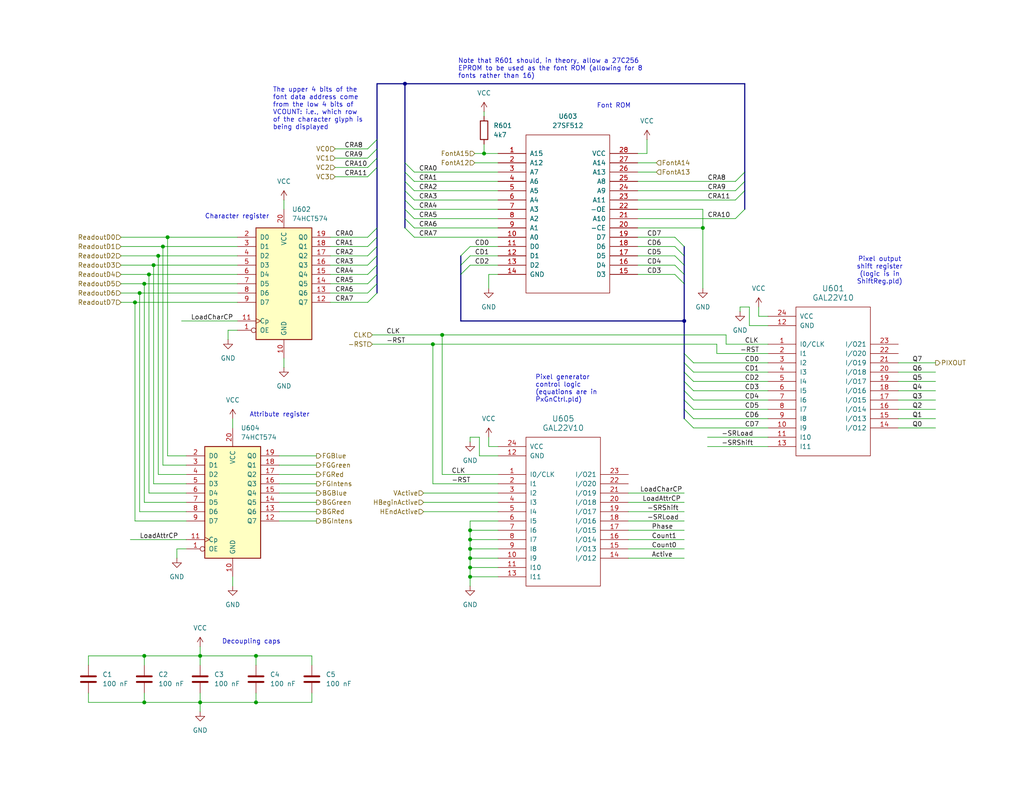
<source format=kicad_sch>
(kicad_sch (version 20231120) (generator "eeschema") (generator_version "8.0")
  (paper "USLetter")
  (title_block (title "Pixel generation") (company "daveho hacks"))
  (lib_symbols
    (symbol "27SF512:27SF512" (pin_names (offset 1.016))
      (property "Reference" "U" (at 0 -2.54 0))
      (property "Value" "27SF512" (at 0 2.54 0))
      (symbol "27SF512_1_0"
        (rectangle (start -11.43 -21.59) (end 11.43 21.59))
      )
      (symbol "27SF512_1_1"
        (pin input line (at -19.05 16.51 0) (length 7.62) (name "A15") (number "1"))
        (pin input line (at -19.05 -6.35 0) (length 7.62) (name "A0") (number "10"))
        (pin bidirectional line (at -19.05 -8.89 0) (length 7.62) (name "D0") (number "11"))
        (pin bidirectional line (at -19.05 -11.43 0) (length 7.62) (name "D1") (number "12"))
        (pin bidirectional line (at -19.05 -13.97 0) (length 7.62) (name "D2") (number "13"))
        (pin power_in line (at -19.05 -16.51 0) (length 7.62) (name "GND") (number "14"))
        (pin bidirectional line (at 19.05 -16.51 180) (length 7.62) (name "D3") (number "15"))
        (pin bidirectional line (at 19.05 -13.97 180) (length 7.62) (name "D4") (number "16"))
        (pin bidirectional line (at 19.05 -11.43 180) (length 7.62) (name "D5") (number "17"))
        (pin bidirectional line (at 19.05 -8.89 180) (length 7.62) (name "D6") (number "18"))
        (pin bidirectional line (at 19.05 -6.35 180) (length 7.62) (name "D7") (number "19"))
        (pin input line (at -19.05 13.97 0) (length 7.62) (name "A12") (number "2"))
        (pin input line (at 19.05 -3.81 180) (length 7.62) (name "-CE") (number "20"))
        (pin input line (at 19.05 -1.27 180) (length 7.62) (name "A10") (number "21"))
        (pin input line (at 19.05 1.27 180) (length 7.62) (name "-OE") (number "22"))
        (pin input line (at 19.05 3.81 180) (length 7.62) (name "A11") (number "23"))
        (pin input line (at 19.05 6.35 180) (length 7.62) (name "A9") (number "24"))
        (pin input line (at 19.05 8.89 180) (length 7.62) (name "A8") (number "25"))
        (pin input line (at 19.05 11.43 180) (length 7.62) (name "A13") (number "26"))
        (pin input line (at 19.05 13.97 180) (length 7.62) (name "A14") (number "27"))
        (pin power_in line (at 19.05 16.51 180) (length 7.62) (name "VCC") (number "28"))
        (pin input line (at -19.05 11.43 0) (length 7.62) (name "A7") (number "3"))
        (pin input line (at -19.05 8.89 0) (length 7.62) (name "A6") (number "4"))
        (pin input line (at -19.05 6.35 0) (length 7.62) (name "A5") (number "5"))
        (pin input line (at -19.05 3.81 0) (length 7.62) (name "A4") (number "6"))
        (pin input line (at -19.05 1.27 0) (length 7.62) (name "A3") (number "7"))
        (pin input line (at -19.05 -1.27 0) (length 7.62) (name "A2") (number "8"))
        (pin input line (at -19.05 -3.81 0) (length 7.62) (name "A1") (number "9"))
      )
    )
    (symbol "74xx:74LS574" (pin_names (offset 1.016))
      (property "Reference" "U" (at -7.62 16.51 0))
      (property "Value" "74LS574" (at -7.62 -16.51 0))
      (symbol "74LS574_1_0"
        (pin input inverted (at -12.7 -12.7 0) (length 5.08) (name "OE") (number "1"))
        (pin power_in line (at 0 -20.32 90) (length 5.08) (name "GND") (number "10"))
        (pin input clock (at -12.7 -10.16 0) (length 5.08) (name "Cp") (number "11"))
        (pin tri_state line (at 12.7 -5.08 180) (length 5.08) (name "Q7") (number "12"))
        (pin tri_state line (at 12.7 -2.54 180) (length 5.08) (name "Q6") (number "13"))
        (pin tri_state line (at 12.7 0 180) (length 5.08) (name "Q5") (number "14"))
        (pin tri_state line (at 12.7 2.54 180) (length 5.08) (name "Q4") (number "15"))
        (pin tri_state line (at 12.7 5.08 180) (length 5.08) (name "Q3") (number "16"))
        (pin tri_state line (at 12.7 7.62 180) (length 5.08) (name "Q2") (number "17"))
        (pin tri_state line (at 12.7 10.16 180) (length 5.08) (name "Q1") (number "18"))
        (pin tri_state line (at 12.7 12.7 180) (length 5.08) (name "Q0") (number "19"))
        (pin input line (at -12.7 12.7 0) (length 5.08) (name "D0") (number "2"))
        (pin power_in line (at 0 20.32 270) (length 5.08) (name "VCC") (number "20"))
        (pin input line (at -12.7 10.16 0) (length 5.08) (name "D1") (number "3"))
        (pin input line (at -12.7 7.62 0) (length 5.08) (name "D2") (number "4"))
        (pin input line (at -12.7 5.08 0) (length 5.08) (name "D3") (number "5"))
        (pin input line (at -12.7 2.54 0) (length 5.08) (name "D4") (number "6"))
        (pin input line (at -12.7 0 0) (length 5.08) (name "D5") (number "7"))
        (pin input line (at -12.7 -2.54 0) (length 5.08) (name "D6") (number "8"))
        (pin input line (at -12.7 -5.08 0) (length 5.08) (name "D7") (number "9"))
      )
      (symbol "74LS574_1_1"
        (rectangle (start -7.62 15.24) (end 7.62 -15.24) (stroke (width 0.254)) (fill (type background)))
      )
    )
    (symbol "Device:C" (pin_numbers hide) (pin_names (offset 0.254))
      (property "Reference" "C" (at 0.635 2.54 0))
      (property "Value" "C" (at 0.635 -2.54 0))
      (symbol "C_0_1"
        (polyline (pts (xy -2.032 -0.762) (xy 2.032 -0.762)) (stroke (width 0.508)))
        (polyline (pts (xy -2.032 0.762) (xy 2.032 0.762)) (stroke (width 0.508)))
      )
      (symbol "C_1_1"
        (pin passive line (at 0 3.81 270) (length 2.794) (name "~") (number "1"))
        (pin passive line (at 0 -3.81 90) (length 2.794) (name "~") (number "2"))
      )
    )
    (symbol "Device:R" (pin_numbers hide) (pin_names (offset 0))
      (property "Reference" "R" (at 2.032 0 90))
      (property "Value" "R" (at 0 0 90))
      (symbol "R_0_1"
        (rectangle (start -1.016 -2.54) (end 1.016 2.54) (stroke (width 0.254)))
      )
      (symbol "R_1_1"
        (pin passive line (at 0 3.81 270) (length 1.27) (name "~") (number "1"))
        (pin passive line (at 0 -3.81 90) (length 1.27) (name "~") (number "2"))
      )
    )
    (symbol "power:GND" (power) (pin_numbers hide) (pin_names (offset 0) hide)
      (property "Value" "GND" (at 0 -3.81 0))
      (symbol "GND_0_1"
        (polyline (pts (xy 0 0) (xy 0 -1.27) (xy 1.27 -1.27) (xy 0 -2.54) (xy -1.27 -1.27) (xy 0 -1.27)))
      )
      (symbol "GND_1_1"
        (pin power_in line (at 0 0 270) (length 0) (name "~") (number "1"))
      )
    )
    (symbol "power:VCC" (power) (pin_numbers hide) (pin_names (offset 0) hide)
      (property "Value" "VCC" (at 0 3.556 0))
      (symbol "VCC_0_1"
        (polyline (pts (xy -0.762 1.27) (xy 0 2.54)))
        (polyline (pts (xy 0 0) (xy 0 2.54)))
        (polyline (pts (xy 0 2.54) (xy 0.762 1.27)))
      )
      (symbol "VCC_1_1"
        (pin power_in line (at 0 0 90) (length 0) (name "~") (number "1"))
      )
    )
    (symbol "ya68k:GAL22V10" (pin_names (offset 1.016))
      (property "Reference" "U" (at -1.27 20.32 0))
      (property "Value" "GAL22V10" (at 0 -24.13 0))
      (symbol "GAL22V10_0_1"
        (rectangle (start -10.16 19.05) (end 10.16 -21.59))
      )
      (symbol "GAL22V10_1_1"
        (pin input line (at -17.78 8.89 0) (length 7.62) (name "I0/CLK") (number "1"))
        (pin input line (at -17.78 -13.97 0) (length 7.62) (name "I9") (number "10"))
        (pin input line (at -17.78 -16.51 0) (length 7.62) (name "I10") (number "11"))
        (pin power_in line (at -17.78 13.97 0) (length 7.62) (name "GND") (number "12"))
        (pin input line (at -17.78 -19.05 0) (length 7.62) (name "I11") (number "13"))
        (pin bidirectional line (at 17.78 -13.97 180) (length 7.62) (name "I/O12") (number "14"))
        (pin bidirectional line (at 17.78 -11.43 180) (length 7.62) (name "I/O13") (number "15"))
        (pin bidirectional line (at 17.78 -8.89 180) (length 7.62) (name "I/O14") (number "16"))
        (pin bidirectional line (at 17.78 -6.35 180) (length 7.62) (name "I/O15") (number "17"))
        (pin bidirectional line (at 17.78 -3.81 180) (length 7.62) (name "I/O16") (number "18"))
        (pin bidirectional line (at 17.78 -1.27 180) (length 7.62) (name "I/O17") (number "19"))
        (pin input line (at -17.78 6.35 0) (length 7.62) (name "I1") (number "2"))
        (pin bidirectional line (at 17.78 1.27 180) (length 7.62) (name "I/O18") (number "20"))
        (pin bidirectional line (at 17.78 3.81 180) (length 7.62) (name "I/O19") (number "21"))
        (pin bidirectional line (at 17.78 6.35 180) (length 7.62) (name "I/O20") (number "22"))
        (pin bidirectional line (at 17.78 8.89 180) (length 7.62) (name "I/O21") (number "23"))
        (pin power_in line (at -17.78 16.51 0) (length 7.62) (name "VCC") (number "24"))
        (pin input line (at -17.78 3.81 0) (length 7.62) (name "I2") (number "3"))
        (pin input line (at -17.78 1.27 0) (length 7.62) (name "I3") (number "4"))
        (pin input line (at -17.78 -1.27 0) (length 7.62) (name "I4") (number "5"))
        (pin input line (at -17.78 -3.81 0) (length 7.62) (name "I5") (number "6"))
        (pin input line (at -17.78 -6.35 0) (length 7.62) (name "I6") (number "7"))
        (pin input line (at -17.78 -8.89 0) (length 7.62) (name "I7") (number "8"))
        (pin input line (at -17.78 -11.43 0) (length 7.62) (name "I8") (number "9"))
      )
    )
  )
  (junction (at 128.27 147.32))
  (junction (at 54.61 179.07))
  (junction (at 40.64 74.93))
  (junction (at 39.37 77.47))
  (junction (at 54.61 191.77))
  (junction (at 44.45 67.31))
  (junction (at 128.27 152.4))
  (junction (at 41.91 72.39))
  (junction (at 120.65 91.44))
  (junction (at 45.72 64.77))
  (junction (at 38.1 80.01))
  (junction (at 118.11 93.98))
  (junction (at 191.77 62.23))
  (junction (at 110.49 22.86))
  (junction (at 36.83 82.55))
  (junction (at 186.69 87.63))
  (junction (at 128.27 157.48))
  (junction (at 69.85 191.77))
  (junction (at 128.27 149.86))
  (junction (at 132.08 41.91))
  (junction (at 43.18 69.85))
  (junction (at 39.37 191.77))
  (junction (at 69.85 179.07))
  (junction (at 128.27 154.94))
  (junction (at 39.37 179.07))
  (junction (at 128.27 144.78))
  (bus_entry (at 100.33 48.26) (size 2.54 -2.54))
  (bus_entry (at 100.33 43.18) (size 2.54 -2.54))
  (bus_entry (at 110.49 49.53) (size 2.54 2.54))
  (bus_entry (at 125.73 69.85) (size 2.54 -2.54))
  (bus_entry (at 125.73 72.39) (size 2.54 -2.54))
  (bus_entry (at 100.33 67.31) (size 2.54 -2.54))
  (bus_entry (at 186.69 106.68) (size 2.54 2.54))
  (bus_entry (at 110.49 59.69) (size 2.54 2.54))
  (bus_entry (at 184.15 69.85) (size 2.54 2.54))
  (bus_entry (at 200.66 49.53) (size 2.54 -2.54))
  (bus_entry (at 100.33 74.93) (size 2.54 -2.54))
  (bus_entry (at 186.69 111.76) (size 2.54 2.54))
  (bus_entry (at 110.49 57.15) (size 2.54 2.54))
  (bus_entry (at 110.49 52.07) (size 2.54 2.54))
  (bus_entry (at 186.69 114.3) (size 2.54 2.54))
  (bus_entry (at 100.33 82.55) (size 2.54 -2.54))
  (bus_entry (at 184.15 74.93) (size 2.54 2.54))
  (bus_entry (at 110.49 44.45) (size 2.54 2.54))
  (bus_entry (at 186.69 99.06) (size 2.54 2.54))
  (bus_entry (at 184.15 64.77) (size 2.54 2.54))
  (bus_entry (at 100.33 77.47) (size 2.54 -2.54))
  (bus_entry (at 100.33 64.77) (size 2.54 -2.54))
  (bus_entry (at 186.69 96.52) (size 2.54 2.54))
  (bus_entry (at 100.33 40.64) (size 2.54 -2.54))
  (bus_entry (at 200.66 54.61) (size 2.54 -2.54))
  (bus_entry (at 186.69 109.22) (size 2.54 2.54))
  (bus_entry (at 200.66 59.69) (size 2.54 -2.54))
  (bus_entry (at 100.33 45.72) (size 2.54 -2.54))
  (bus_entry (at 184.15 67.31) (size 2.54 2.54))
  (bus_entry (at 125.73 74.93) (size 2.54 -2.54))
  (bus_entry (at 100.33 72.39) (size 2.54 -2.54))
  (bus_entry (at 110.49 54.61) (size 2.54 2.54))
  (bus_entry (at 200.66 52.07) (size 2.54 -2.54))
  (bus_entry (at 100.33 69.85) (size 2.54 -2.54))
  (bus_entry (at 110.49 46.99) (size 2.54 2.54))
  (bus_entry (at 186.69 104.14) (size 2.54 2.54))
  (bus_entry (at 100.33 80.01) (size 2.54 -2.54))
  (bus_entry (at 186.69 101.6) (size 2.54 2.54))
  (bus_entry (at 184.15 72.39) (size 2.54 2.54))
  (bus_entry (at 110.49 62.23) (size 2.54 2.54))
  (bus (pts (xy 186.69 101.6) (xy 186.69 104.14)))
  (wire (pts (xy 128.27 154.94) (xy 128.27 157.48)))
  (wire (pts (xy 120.65 91.44) (xy 198.12 91.44)))
  (bus (pts (xy 102.87 22.86) (xy 102.87 38.1)))
  (wire (pts (xy 129.54 41.91) (xy 132.08 41.91)))
  (wire (pts (xy 204.47 83.82) (xy 201.93 83.82)))
  (wire (pts (xy 171.45 142.24) (xy 186.69 142.24)))
  (wire (pts (xy 90.17 67.31) (xy 100.33 67.31)))
  (wire (pts (xy 50.8 149.86) (xy 48.26 149.86)))
  (wire (pts (xy 63.5 157.48) (xy 63.5 160.02)))
  (wire (pts (xy 39.37 179.07) (xy 54.61 179.07)))
  (wire (pts (xy 128.27 142.24) (xy 128.27 144.78)))
  (bus (pts (xy 125.73 72.39) (xy 125.73 74.93)))
  (wire (pts (xy 171.45 147.32) (xy 186.69 147.32)))
  (bus (pts (xy 186.69 111.76) (xy 186.69 114.3)))
  (wire (pts (xy 33.02 82.55) (xy 36.83 82.55)))
  (wire (pts (xy 133.35 119.38) (xy 133.35 121.92)))
  (wire (pts (xy 40.64 134.62) (xy 40.64 74.93)))
  (wire (pts (xy 189.23 114.3) (xy 209.55 114.3)))
  (wire (pts (xy 201.93 83.82) (xy 201.93 85.09)))
  (wire (pts (xy 173.99 62.23) (xy 191.77 62.23)))
  (wire (pts (xy 171.45 134.62) (xy 186.69 134.62)))
  (wire (pts (xy 54.61 176.53) (xy 54.61 179.07)))
  (wire (pts (xy 204.47 88.9) (xy 204.47 83.82)))
  (wire (pts (xy 50.8 129.54) (xy 43.18 129.54)))
  (wire (pts (xy 120.65 91.44) (xy 120.65 129.54)))
  (wire (pts (xy 128.27 149.86) (xy 128.27 152.4)))
  (wire (pts (xy 50.8 127) (xy 44.45 127)))
  (wire (pts (xy 128.27 147.32) (xy 128.27 149.86)))
  (bus (pts (xy 110.49 59.69) (xy 110.49 57.15)))
  (wire (pts (xy 36.83 142.24) (xy 36.83 82.55)))
  (wire (pts (xy 113.03 46.99) (xy 135.89 46.99)))
  (wire (pts (xy 90.17 80.01) (xy 100.33 80.01)))
  (wire (pts (xy 115.57 139.7) (xy 135.89 139.7)))
  (bus (pts (xy 110.49 22.86) (xy 102.87 22.86)))
  (bus (pts (xy 110.49 52.07) (xy 110.49 49.53)))
  (wire (pts (xy 39.37 189.23) (xy 39.37 191.77)))
  (bus (pts (xy 186.69 67.31) (xy 186.69 69.85)))
  (wire (pts (xy 171.45 137.16) (xy 186.69 137.16)))
  (wire (pts (xy 44.45 67.31) (xy 64.77 67.31)))
  (bus (pts (xy 102.87 67.31) (xy 102.87 69.85)))
  (wire (pts (xy 39.37 137.16) (xy 39.37 77.47)))
  (wire (pts (xy 173.99 59.69) (xy 200.66 59.69)))
  (wire (pts (xy 193.04 121.92) (xy 209.55 121.92)))
  (wire (pts (xy 49.53 87.63) (xy 64.77 87.63)))
  (wire (pts (xy 135.89 124.46) (xy 130.81 124.46)))
  (wire (pts (xy 195.58 96.52) (xy 195.58 93.98)))
  (wire (pts (xy 69.85 179.07) (xy 69.85 181.61)))
  (wire (pts (xy 91.44 45.72) (xy 100.33 45.72)))
  (wire (pts (xy 50.8 137.16) (xy 39.37 137.16)))
  (wire (pts (xy 128.27 144.78) (xy 128.27 147.32)))
  (wire (pts (xy 132.08 41.91) (xy 135.89 41.91)))
  (wire (pts (xy 38.1 139.7) (xy 38.1 80.01)))
  (wire (pts (xy 90.17 74.93) (xy 100.33 74.93)))
  (bus (pts (xy 186.69 96.52) (xy 186.69 99.06)))
  (wire (pts (xy 24.13 179.07) (xy 39.37 179.07)))
  (wire (pts (xy 50.8 134.62) (xy 40.64 134.62)))
  (wire (pts (xy 245.11 109.22) (xy 255.27 109.22)))
  (wire (pts (xy 76.2 139.7) (xy 86.36 139.7)))
  (bus (pts (xy 102.87 77.47) (xy 102.87 80.01)))
  (wire (pts (xy 128.27 147.32) (xy 135.89 147.32)))
  (wire (pts (xy 38.1 80.01) (xy 64.77 80.01)))
  (wire (pts (xy 113.03 49.53) (xy 135.89 49.53)))
  (wire (pts (xy 91.44 43.18) (xy 100.33 43.18)))
  (wire (pts (xy 113.03 59.69) (xy 135.89 59.69)))
  (wire (pts (xy 173.99 52.07) (xy 200.66 52.07)))
  (wire (pts (xy 33.02 64.77) (xy 45.72 64.77)))
  (wire (pts (xy 90.17 82.55) (xy 100.33 82.55)))
  (wire (pts (xy 76.2 124.46) (xy 86.36 124.46)))
  (wire (pts (xy 101.6 91.44) (xy 120.65 91.44)))
  (wire (pts (xy 128.27 119.38) (xy 128.27 120.65)))
  (wire (pts (xy 189.23 104.14) (xy 209.55 104.14)))
  (wire (pts (xy 50.8 139.7) (xy 38.1 139.7)))
  (bus (pts (xy 110.49 46.99) (xy 110.49 44.45)))
  (bus (pts (xy 203.2 46.99) (xy 203.2 22.86)))
  (wire (pts (xy 191.77 62.23) (xy 191.77 78.74)))
  (bus (pts (xy 186.69 74.93) (xy 186.69 77.47)))
  (bus (pts (xy 102.87 45.72) (xy 102.87 62.23)))
  (wire (pts (xy 113.03 54.61) (xy 135.89 54.61)))
  (wire (pts (xy 198.12 93.98) (xy 198.12 91.44)))
  (wire (pts (xy 85.09 179.07) (xy 85.09 181.61)))
  (wire (pts (xy 128.27 152.4) (xy 135.89 152.4)))
  (wire (pts (xy 69.85 179.07) (xy 85.09 179.07)))
  (wire (pts (xy 76.2 129.54) (xy 86.36 129.54)))
  (wire (pts (xy 76.2 127) (xy 86.36 127)))
  (wire (pts (xy 133.35 74.93) (xy 133.35 78.74)))
  (wire (pts (xy 44.45 127) (xy 44.45 67.31)))
  (wire (pts (xy 209.55 96.52) (xy 195.58 96.52)))
  (wire (pts (xy 245.11 111.76) (xy 255.27 111.76)))
  (wire (pts (xy 173.99 57.15) (xy 191.77 57.15)))
  (bus (pts (xy 102.87 43.18) (xy 102.87 45.72)))
  (bus (pts (xy 102.87 72.39) (xy 102.87 74.93)))
  (wire (pts (xy 171.45 139.7) (xy 186.69 139.7)))
  (wire (pts (xy 45.72 124.46) (xy 45.72 64.77)))
  (bus (pts (xy 102.87 62.23) (xy 102.87 64.77)))
  (wire (pts (xy 91.44 40.64) (xy 100.33 40.64)))
  (bus (pts (xy 125.73 69.85) (xy 125.73 72.39)))
  (wire (pts (xy 245.11 101.6) (xy 255.27 101.6)))
  (wire (pts (xy 209.55 88.9) (xy 204.47 88.9)))
  (wire (pts (xy 173.99 74.93) (xy 184.15 74.93)))
  (wire (pts (xy 54.61 191.77) (xy 54.61 194.31)))
  (wire (pts (xy 209.55 86.36) (xy 207.01 86.36)))
  (bus (pts (xy 110.49 49.53) (xy 110.49 46.99)))
  (wire (pts (xy 33.02 69.85) (xy 43.18 69.85)))
  (wire (pts (xy 173.99 54.61) (xy 200.66 54.61)))
  (wire (pts (xy 39.37 191.77) (xy 54.61 191.77)))
  (wire (pts (xy 128.27 149.86) (xy 135.89 149.86)))
  (wire (pts (xy 135.89 142.24) (xy 128.27 142.24)))
  (bus (pts (xy 186.69 104.14) (xy 186.69 106.68)))
  (bus (pts (xy 102.87 38.1) (xy 102.87 40.64)))
  (wire (pts (xy 173.99 64.77) (xy 184.15 64.77)))
  (wire (pts (xy 64.77 90.17) (xy 62.23 90.17)))
  (wire (pts (xy 43.18 69.85) (xy 64.77 69.85)))
  (wire (pts (xy 85.09 191.77) (xy 85.09 189.23)))
  (wire (pts (xy 77.47 54.61) (xy 77.47 57.15)))
  (bus (pts (xy 125.73 74.93) (xy 125.73 87.63)))
  (wire (pts (xy 76.2 132.08) (xy 86.36 132.08)))
  (wire (pts (xy 118.11 132.08) (xy 118.11 93.98)))
  (wire (pts (xy 130.81 119.38) (xy 128.27 119.38)))
  (wire (pts (xy 129.54 44.45) (xy 135.89 44.45)))
  (wire (pts (xy 69.85 189.23) (xy 69.85 191.77)))
  (wire (pts (xy 45.72 64.77) (xy 64.77 64.77)))
  (wire (pts (xy 135.89 129.54) (xy 120.65 129.54)))
  (wire (pts (xy 76.2 134.62) (xy 86.36 134.62)))
  (wire (pts (xy 24.13 181.61) (xy 24.13 179.07)))
  (wire (pts (xy 130.81 124.46) (xy 130.81 119.38)))
  (wire (pts (xy 189.23 109.22) (xy 209.55 109.22)))
  (wire (pts (xy 189.23 111.76) (xy 209.55 111.76)))
  (wire (pts (xy 189.23 106.68) (xy 209.55 106.68)))
  (wire (pts (xy 54.61 191.77) (xy 69.85 191.77)))
  (wire (pts (xy 101.6 93.98) (xy 118.11 93.98)))
  (wire (pts (xy 128.27 154.94) (xy 135.89 154.94)))
  (wire (pts (xy 50.8 132.08) (xy 41.91 132.08)))
  (bus (pts (xy 102.87 69.85) (xy 102.87 72.39)))
  (wire (pts (xy 118.11 132.08) (xy 135.89 132.08)))
  (wire (pts (xy 115.57 137.16) (xy 135.89 137.16)))
  (wire (pts (xy 77.47 97.79) (xy 77.47 100.33)))
  (wire (pts (xy 128.27 67.31) (xy 135.89 67.31)))
  (wire (pts (xy 128.27 152.4) (xy 128.27 154.94)))
  (wire (pts (xy 132.08 30.48) (xy 132.08 31.75)))
  (bus (pts (xy 186.69 106.68) (xy 186.69 109.22)))
  (wire (pts (xy 128.27 144.78) (xy 135.89 144.78)))
  (wire (pts (xy 33.02 74.93) (xy 40.64 74.93)))
  (wire (pts (xy 245.11 104.14) (xy 255.27 104.14)))
  (wire (pts (xy 33.02 80.01) (xy 38.1 80.01)))
  (wire (pts (xy 90.17 77.47) (xy 100.33 77.47)))
  (wire (pts (xy 90.17 64.77) (xy 100.33 64.77)))
  (wire (pts (xy 113.03 57.15) (xy 135.89 57.15)))
  (wire (pts (xy 62.23 90.17) (xy 62.23 92.71)))
  (wire (pts (xy 90.17 72.39) (xy 100.33 72.39)))
  (bus (pts (xy 110.49 57.15) (xy 110.49 54.61)))
  (wire (pts (xy 41.91 72.39) (xy 64.77 72.39)))
  (wire (pts (xy 173.99 72.39) (xy 184.15 72.39)))
  (wire (pts (xy 128.27 69.85) (xy 135.89 69.85)))
  (bus (pts (xy 125.73 87.63) (xy 186.69 87.63)))
  (wire (pts (xy 63.5 114.3) (xy 63.5 116.84)))
  (wire (pts (xy 113.03 52.07) (xy 135.89 52.07)))
  (wire (pts (xy 173.99 44.45) (xy 179.07 44.45)))
  (wire (pts (xy 50.8 124.46) (xy 45.72 124.46)))
  (wire (pts (xy 91.44 48.26) (xy 100.33 48.26)))
  (bus (pts (xy 203.2 57.15) (xy 203.2 52.07)))
  (bus (pts (xy 186.69 69.85) (xy 186.69 72.39)))
  (wire (pts (xy 132.08 39.37) (xy 132.08 41.91)))
  (wire (pts (xy 39.37 179.07) (xy 39.37 181.61)))
  (wire (pts (xy 173.99 69.85) (xy 184.15 69.85)))
  (wire (pts (xy 173.99 46.99) (xy 179.07 46.99)))
  (wire (pts (xy 39.37 77.47) (xy 64.77 77.47)))
  (bus (pts (xy 186.69 87.63) (xy 186.69 96.52)))
  (wire (pts (xy 128.27 72.39) (xy 135.89 72.39)))
  (bus (pts (xy 186.69 99.06) (xy 186.69 101.6)))
  (wire (pts (xy 189.23 101.6) (xy 209.55 101.6)))
  (wire (pts (xy 48.26 149.86) (xy 48.26 152.4)))
  (wire (pts (xy 115.57 134.62) (xy 135.89 134.62)))
  (wire (pts (xy 173.99 41.91) (xy 176.53 41.91)))
  (wire (pts (xy 209.55 93.98) (xy 198.12 93.98)))
  (wire (pts (xy 171.45 149.86) (xy 186.69 149.86)))
  (wire (pts (xy 90.17 69.85) (xy 100.33 69.85)))
  (bus (pts (xy 102.87 40.64) (xy 102.87 43.18)))
  (wire (pts (xy 54.61 179.07) (xy 54.61 181.61)))
  (wire (pts (xy 76.2 137.16) (xy 86.36 137.16)))
  (bus (pts (xy 203.2 49.53) (xy 203.2 46.99)))
  (bus (pts (xy 102.87 74.93) (xy 102.87 77.47)))
  (wire (pts (xy 135.89 157.48) (xy 128.27 157.48)))
  (wire (pts (xy 207.01 83.82) (xy 207.01 86.36)))
  (wire (pts (xy 35.56 147.32) (xy 50.8 147.32)))
  (wire (pts (xy 113.03 62.23) (xy 135.89 62.23)))
  (wire (pts (xy 69.85 191.77) (xy 85.09 191.77)))
  (wire (pts (xy 135.89 74.93) (xy 133.35 74.93)))
  (wire (pts (xy 54.61 179.07) (xy 69.85 179.07)))
  (wire (pts (xy 36.83 82.55) (xy 64.77 82.55)))
  (wire (pts (xy 189.23 99.06) (xy 209.55 99.06)))
  (bus (pts (xy 110.49 62.23) (xy 110.49 59.69)))
  (wire (pts (xy 245.11 116.84) (xy 255.27 116.84)))
  (wire (pts (xy 33.02 67.31) (xy 44.45 67.31)))
  (bus (pts (xy 110.49 44.45) (xy 110.49 22.86)))
  (bus (pts (xy 203.2 22.86) (xy 110.49 22.86)))
  (wire (pts (xy 54.61 189.23) (xy 54.61 191.77)))
  (wire (pts (xy 50.8 142.24) (xy 36.83 142.24)))
  (wire (pts (xy 24.13 189.23) (xy 24.13 191.77)))
  (wire (pts (xy 189.23 116.84) (xy 209.55 116.84)))
  (wire (pts (xy 191.77 57.15) (xy 191.77 62.23)))
  (bus (pts (xy 186.69 77.47) (xy 186.69 87.63)))
  (wire (pts (xy 173.99 49.53) (xy 200.66 49.53)))
  (wire (pts (xy 40.64 74.93) (xy 64.77 74.93)))
  (wire (pts (xy 43.18 129.54) (xy 43.18 69.85)))
  (wire (pts (xy 171.45 152.4) (xy 186.69 152.4)))
  (wire (pts (xy 33.02 72.39) (xy 41.91 72.39)))
  (wire (pts (xy 33.02 77.47) (xy 39.37 77.47)))
  (wire (pts (xy 135.89 121.92) (xy 133.35 121.92)))
  (bus (pts (xy 203.2 52.07) (xy 203.2 49.53)))
  (wire (pts (xy 195.58 93.98) (xy 118.11 93.98)))
  (bus (pts (xy 102.87 64.77) (xy 102.87 67.31)))
  (wire (pts (xy 193.04 119.38) (xy 209.55 119.38)))
  (bus (pts (xy 110.49 54.61) (xy 110.49 52.07)))
  (wire (pts (xy 113.03 64.77) (xy 135.89 64.77)))
  (wire (pts (xy 128.27 157.48) (xy 128.27 160.02)))
  (wire (pts (xy 24.13 191.77) (xy 39.37 191.77)))
  (bus (pts (xy 186.69 109.22) (xy 186.69 111.76)))
  (wire (pts (xy 176.53 38.1) (xy 176.53 41.91)))
  (wire (pts (xy 245.11 99.06) (xy 255.27 99.06)))
  (wire (pts (xy 171.45 144.78) (xy 186.69 144.78)))
  (wire (pts (xy 41.91 132.08) (xy 41.91 72.39)))
  (bus (pts (xy 186.69 72.39) (xy 186.69 74.93)))
  (wire (pts (xy 76.2 142.24) (xy 86.36 142.24)))
  (wire (pts (xy 173.99 67.31) (xy 184.15 67.31)))
  (wire (pts (xy 245.11 106.68) (xy 255.27 106.68)))
  (wire (pts (xy 245.11 114.3) (xy 255.27 114.3)))
  (text "Font ROM" (at 162.814 28.956 0) (effects (font (size 1.27 1.27)) (justify left)))
  (text "Character register" (at 55.88 59.182 0) (effects (font (size 1.27 1.27)) (justify left)))
  (text "Pixel output\nshift register\n(logic is in\nShiftReg.pld)" (at 240.03 73.914 0) (effects (font (size 1.27 1.27))))
  (text "Pixel generator\ncontrol logic\n(equations are in\nPxGnCtrl.pld)" (at 146.05 106.172 0) (effects (font (size 1.27 1.27)) (justify left)))
  (text "Decoupling caps" (at 68.58 175.26 0) (effects (font (size 1.27 1.27))))
  (text "Note that R601 should, in theory, allow a 27C256\nEPROM to be used as the font ROM (allowing for 8\nfonts rather than 16)" (at 124.968 18.796 0) (effects (font (size 1.27 1.27)) (justify left)))
  (text "The upper 4 bits of the\nfont data address come\nfrom the low 4 bits of\nVCOUNT: i.e., which row\nof the character glyph is\nbeing displayed" (at 74.422 29.718 0) (effects (font (size 1.27 1.27)) (justify left)))
  (text "Attribute register" (at 68.072 113.284 0) (effects (font (size 1.27 1.27)) (justify left)))
  (label "CD0" (at 129.54 67.31 0))
  (label "CRA5" (at 114.3 59.69 0))
  (label "CRA6" (at 114.3 62.23 0))
  (label "-SRShift" (at 176.53 139.7 0))
  (label "CD2" (at 129.54 72.39 0))
  (label "CD6" (at 176.53 67.31 0))
  (label "CD7" (at 176.53 64.77 0))
  (label "CRA11" (at 93.98 48.26 0))
  (label "CRA9" (at 93.98 43.18 0))
  (label "CRA8" (at 93.98 40.64 0))
  (label "CD5" (at 203.2 111.76 0))
  (label "CD4" (at 203.2 109.22 0))
  (label "CRA11" (at 193.04 54.61 0))
  (label "Q4" (at 248.92 106.68 0))
  (label "CD4" (at 176.53 72.39 0))
  (label "Count1" (at 177.8 147.32 0))
  (label "CD3" (at 176.53 74.93 0))
  (label "LoadAttrCP" (at 175.26 137.16 0))
  (label "CD6" (at 203.2 114.3 0))
  (label "CRA10" (at 193.04 59.69 0))
  (label "Active" (at 177.8 152.4 0))
  (label "LoadAttrCP" (at 38.1 147.32 0))
  (label "-RST" (at 201.93 96.52 0))
  (label "CD5" (at 176.53 69.85 0))
  (label "CD0" (at 203.2 99.06 0))
  (label "CRA3" (at 114.3 54.61 0))
  (label "CRA10" (at 93.98 45.72 0))
  (label "CLK" (at 123.19 129.54 0))
  (label "CRA3" (at 91.44 72.39 0))
  (label "CRA2" (at 91.44 69.85 0))
  (label "Q3" (at 248.92 109.22 0))
  (label "CD1" (at 203.2 101.6 0))
  (label "CRA0" (at 91.44 64.77 0))
  (label "Q6" (at 248.92 101.6 0))
  (label "Q2" (at 248.92 111.76 0))
  (label "CLK" (at 203.2 93.98 0))
  (label "-RST" (at 123.19 132.08 0))
  (label "CRA4" (at 114.3 57.15 0))
  (label "CD1" (at 129.54 69.85 0))
  (label "CLK" (at 105.41 91.44 0))
  (label "CD3" (at 203.2 106.68 0))
  (label "Q0" (at 248.92 116.84 0))
  (label "Phase" (at 177.8 144.78 0))
  (label "CRA8" (at 193.04 49.53 0))
  (label "CRA1" (at 114.3 49.53 0))
  (label "Q5" (at 248.92 104.14 0))
  (label "CRA2" (at 114.3 52.07 0))
  (label "-SRLoad" (at 196.85 119.38 0))
  (label "CRA5" (at 91.44 77.47 0))
  (label "-RST" (at 105.41 93.98 0))
  (label "CRA7" (at 114.3 64.77 0))
  (label "CRA0" (at 114.3 46.99 0))
  (label "-SRLoad" (at 176.53 142.24 0))
  (label "CRA9" (at 193.04 52.07 0))
  (label "LoadCharCP" (at 52.07 87.63 0))
  (label "CD2" (at 203.2 104.14 0))
  (label "CRA4" (at 91.44 74.93 0))
  (label "Count0" (at 177.8 149.86 0))
  (label "CRA1" (at 91.44 67.31 0))
  (label "CRA7" (at 91.44 82.55 0))
  (label "Q7" (at 248.92 99.06 0))
  (label "LoadCharCP" (at 174.625 134.62 0))
  (label "CD7" (at 203.2 116.84 0))
  (label "Q1" (at 248.92 114.3 0))
  (label "CRA6" (at 91.44 80.01 0))
  (label "-SRShift" (at 196.85 121.92 0))
  (hierarchical_label "BGGreen" (shape output) (at 86.36 137.16 0))
  (hierarchical_label "HBeginActive" (shape input) (at 115.57 137.16 180))
  (hierarchical_label "ReadoutD5" (shape input) (at 33.02 77.47 180))
  (hierarchical_label "ReadoutD3" (shape input) (at 33.02 72.39 180))
  (hierarchical_label "BGBlue" (shape output) (at 86.36 134.62 0))
  (hierarchical_label "FontA14" (shape input) (at 179.07 44.45 0))
  (hierarchical_label "VC0" (shape input) (at 91.44 40.64 180))
  (hierarchical_label "FGIntens" (shape output) (at 86.36 132.08 0))
  (hierarchical_label "ReadoutD2" (shape input) (at 33.02 69.85 180))
  (hierarchical_label "FGRed" (shape output) (at 86.36 129.54 0))
  (hierarchical_label "PIXOUT" (shape output) (at 255.27 99.06 0))
  (hierarchical_label "VC1" (shape input) (at 91.44 43.18 180))
  (hierarchical_label "FontA12" (shape input) (at 129.54 44.45 180))
  (hierarchical_label "HEndActive" (shape input) (at 115.57 139.7 180))
  (hierarchical_label "CLK" (shape input) (at 101.6 91.44 180))
  (hierarchical_label "FontA13" (shape input) (at 179.07 46.99 0))
  (hierarchical_label "-RST" (shape input) (at 101.6 93.98 180))
  (hierarchical_label "ReadoutD0" (shape input) (at 33.02 64.77 180))
  (hierarchical_label "ReadoutD6" (shape input) (at 33.02 80.01 180))
  (hierarchical_label "FGBlue" (shape output) (at 86.36 124.46 0))
  (hierarchical_label "ReadoutD4" (shape input) (at 33.02 74.93 180))
  (hierarchical_label "ReadoutD7" (shape input) (at 33.02 82.55 180))
  (hierarchical_label "FontA15" (shape input) (at 129.54 41.91 180))
  (hierarchical_label "VC2" (shape input) (at 91.44 45.72 180))
  (hierarchical_label "VC3" (shape input) (at 91.44 48.26 180))
  (hierarchical_label "VActive" (shape input) (at 115.57 134.62 180))
  (hierarchical_label "BGIntens" (shape output) (at 86.36 142.24 0))
  (hierarchical_label "FGGreen" (shape output) (at 86.36 127 0))
  (hierarchical_label "ReadoutD1" (shape input) (at 33.02 67.31 180))
  (hierarchical_label "BGRed" (shape output) (at 86.36 139.7 0))
  (symbol (lib_id "power:VCC") (at 63.5 114.3 0) (unit 1)
    (property "Reference" "#PWR078" (effects (hide yes)))
    (property "Value" "VCC" (at 63.5 109.22 0))
    (property "Description" "Power symbol creates a global label with name \"VCC\"" (effects (hide yes)))
  )
  (symbol (lib_id "Device:C") (at 54.61 185.42 0) (unit 1)
    (property "Reference" "C3" (at 58.42 184.1499 0) (effects (justify left)))
    (property "Value" "100 nF" (at 58.42 186.6899 0) (effects (justify left)))
    (property "Description" "Unpolarized capacitor" (effects (hide yes)))
  )
  (symbol (lib_id "Device:C") (at 39.37 185.42 0) (unit 1)
    (property "Reference" "C2" (at 43.18 184.1499 0) (effects (justify left)))
    (property "Value" "100 nF" (at 43.18 186.6899 0) (effects (justify left)))
    (property "Description" "Unpolarized capacitor" (effects (hide yes)))
  )
  (symbol (lib_id "Device:R") (at 132.08 35.56 0) (unit 1)
    (property "Reference" "R601" (at 134.62 34.2899 0) (effects (justify left)))
    (property "Value" "4k7" (at 134.62 36.8299 0) (effects (justify left)))
    (property "Description" "Resistor" (effects (hide yes)))
  )
  (symbol (lib_id "74xx:74LS574") (at 77.47 77.47 0) (unit 1)
    (property "Reference" "U602" (at 79.6641 57.15 0) (effects (justify left)))
    (property "Value" "74HCT574" (at 79.6641 59.69 0) (effects (justify left)))
    (property "Datasheet" "http://www.ti.com/lit/gpn/sn74LS574" (effects (hide yes)))
    (property "Description" "8-bit Register, 3-state outputs" (effects (hide yes)))
  )
  (symbol (lib_id "27SF512:27SF512") (at 154.94 58.42 0) (unit 1)
    (property "Reference" "U603" (at 154.94 31.75 0))
    (property "Value" "27SF512" (at 154.94 34.29 0))
    (property "Footprint" "MODULE" (effects (hide yes)))
    (property "Datasheet" "DOCUMENTATION" (effects (hide yes)))
  )
  (symbol (lib_id "power:GND") (at 128.27 120.65 0) (unit 1)
    (property "Reference" "#PWR066" (effects (hide yes)))
    (property "Value" "GND" (at 128.27 125.73 0))
    (property "Description" "Power symbol creates a global label with name \"GND\" , ground" (effects (hide yes)))
  )
  (symbol (lib_id "ya68k:GAL22V10") (at 227.33 102.87 0) (unit 1)
    (property "Reference" "U601" (at 227.33 78.74 0) (effects (font (size 1.524 1.524))))
    (property "Value" "GAL22V10" (at 227.33 81.28 0) (effects (font (size 1.524 1.524))))
  )
  (symbol (lib_id "power:VCC") (at 133.35 119.38 0) (unit 1)
    (property "Reference" "#PWR065" (effects (hide yes)))
    (property "Value" "VCC" (at 133.35 114.3 0))
    (property "Description" "Power symbol creates a global label with name \"VCC\"" (effects (hide yes)))
  )
  (symbol (lib_id "power:GND") (at 201.93 85.09 0) (unit 1)
    (property "Reference" "#PWR092" (effects (hide yes)))
    (property "Value" "GND" (at 201.93 90.17 0))
    (property "Description" "Power symbol creates a global label with name \"GND\" , ground" (effects (hide yes)))
  )
  (symbol (lib_id "ya68k:GAL22V10") (at 153.67 138.43 0) (unit 1)
    (property "Reference" "U605" (at 153.67 114.3 0) (effects (font (size 1.524 1.524))))
    (property "Value" "GAL22V10" (at 153.67 116.84 0) (effects (font (size 1.524 1.524))))
  )
  (symbol (lib_id "Device:C") (at 69.85 185.42 0) (unit 1)
    (property "Reference" "C4" (at 73.66 184.1499 0) (effects (justify left)))
    (property "Value" "100 nF" (at 73.66 186.6899 0) (effects (justify left)))
    (property "Description" "Unpolarized capacitor" (effects (hide yes)))
  )
  (symbol (lib_id "Device:C") (at 24.13 185.42 0) (unit 1)
    (property "Reference" "C1" (at 27.94 184.1499 0) (effects (justify left)))
    (property "Value" "100 nF" (at 27.94 186.6899 0) (effects (justify left)))
    (property "Description" "Unpolarized capacitor" (effects (hide yes)))
  )
  (symbol (lib_id "power:VCC") (at 207.01 83.82 0) (unit 1)
    (property "Reference" "#PWR093" (effects (hide yes)))
    (property "Value" "VCC" (at 207.01 78.74 0))
    (property "Description" "Power symbol creates a global label with name \"VCC\"" (effects (hide yes)))
  )
  (symbol (lib_id "power:GND") (at 191.77 78.74 0) (unit 1)
    (property "Reference" "#PWR072" (effects (hide yes)))
    (property "Value" "GND" (at 191.77 83.82 0))
    (property "Description" "Power symbol creates a global label with name \"GND\" , ground" (effects (hide yes)))
  )
  (symbol (lib_id "Device:C") (at 85.09 185.42 0) (unit 1)
    (property "Reference" "C5" (at 88.9 184.1499 0) (effects (justify left)))
    (property "Value" "100 nF" (at 88.9 186.6899 0) (effects (justify left)))
    (property "Description" "Unpolarized capacitor" (effects (hide yes)))
  )
  (symbol (lib_id "power:VCC") (at 54.61 176.53 0) (unit 1)
    (property "Reference" "#PWR082" (effects (hide yes)))
    (property "Value" "VCC" (at 54.61 171.45 0))
    (property "Description" "Power symbol creates a global label with name \"VCC\"" (effects (hide yes)))
  )
  (symbol (lib_id "power:GND") (at 48.26 152.4 0) (unit 1)
    (property "Reference" "#PWR074" (effects (hide yes)))
    (property "Value" "GND" (at 48.26 157.48 0))
    (property "Description" "Power symbol creates a global label with name \"GND\" , ground" (effects (hide yes)))
  )
  (symbol (lib_id "power:VCC") (at 176.53 38.1 0) (unit 1)
    (property "Reference" "#PWR076" (effects (hide yes)))
    (property "Value" "VCC" (at 176.53 33.02 0))
    (property "Description" "Power symbol creates a global label with name \"VCC\"" (effects (hide yes)))
  )
  (symbol (lib_id "power:GND") (at 128.27 160.02 0) (unit 1)
    (property "Reference" "#PWR067" (effects (hide yes)))
    (property "Value" "GND" (at 128.27 165.1 0))
    (property "Description" "Power symbol creates a global label with name \"GND\" , ground" (effects (hide yes)))
  )
  (symbol (lib_id "power:GND") (at 54.61 194.31 0) (unit 1)
    (property "Reference" "#PWR083" (effects (hide yes)))
    (property "Value" "GND" (at 54.61 199.39 0))
    (property "Description" "Power symbol creates a global label with name \"GND\" , ground" (effects (hide yes)))
  )
  (symbol (lib_id "power:VCC") (at 132.08 30.48 0) (unit 1)
    (property "Reference" "#PWR028" (effects (hide yes)))
    (property "Value" "VCC" (at 132.08 25.4 0))
    (property "Description" "Power symbol creates a global label with name \"VCC\"" (effects (hide yes)))
  )
  (symbol (lib_id "power:GND") (at 62.23 92.71 0) (unit 1)
    (property "Reference" "#PWR073" (effects (hide yes)))
    (property "Value" "GND" (at 62.23 97.79 0))
    (property "Description" "Power symbol creates a global label with name \"GND\" , ground" (effects (hide yes)))
  )
  (symbol (lib_id "power:GND") (at 77.47 100.33 0) (unit 1)
    (property "Reference" "#PWR080" (effects (hide yes)))
    (property "Value" "GND" (at 77.47 105.41 0))
    (property "Description" "Power symbol creates a global label with name \"GND\" , ground" (effects (hide yes)))
  )
  (symbol (lib_id "power:GND") (at 63.5 160.02 0) (unit 1)
    (property "Reference" "#PWR081" (effects (hide yes)))
    (property "Value" "GND" (at 63.5 165.1 0))
    (property "Description" "Power symbol creates a global label with name \"GND\" , ground" (effects (hide yes)))
  )
  (symbol (lib_id "power:VCC") (at 77.47 54.61 0) (unit 1)
    (property "Reference" "#PWR077" (effects (hide yes)))
    (property "Value" "VCC" (at 77.47 49.53 0))
    (property "Description" "Power symbol creates a global label with name \"VCC\"" (effects (hide yes)))
  )
  (symbol (lib_id "power:GND") (at 133.35 78.74 0) (unit 1)
    (property "Reference" "#PWR071" (effects (hide yes)))
    (property "Value" "GND" (at 133.35 83.82 0))
    (property "Description" "Power symbol creates a global label with name \"GND\" , ground" (effects (hide yes)))
  )
  (symbol (lib_id "74xx:74LS574") (at 63.5 137.16 0) (unit 1)
    (property "Reference" "U604" (at 65.6941 116.84 0) (effects (justify left)))
    (property "Value" "74HCT574" (at 65.6941 119.38 0) (effects (justify left)))
    (property "Datasheet" "http://www.ti.com/lit/gpn/sn74LS574" (effects (hide yes)))
    (property "Description" "8-bit Register, 3-state outputs" (effects (hide yes)))
  )
)
</source>
